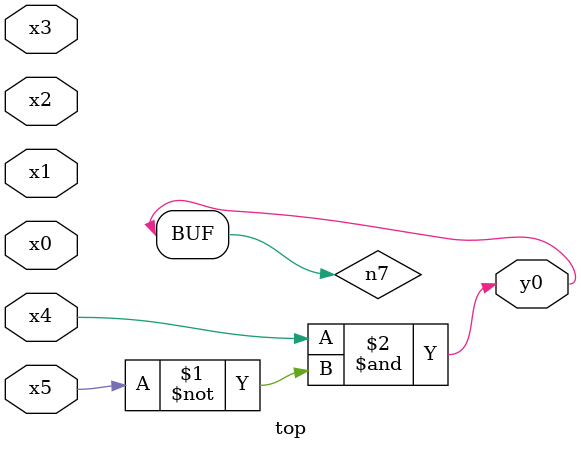
<source format=v>
module top( x0 , x1 , x2 , x3 , x4 , x5 , y0 );
  input x0 , x1 , x2 , x3 , x4 , x5 ;
  output y0 ;
  wire n7 ;
  assign n7 = x4 & ~x5 ;
  assign y0 = n7 ;
endmodule

</source>
